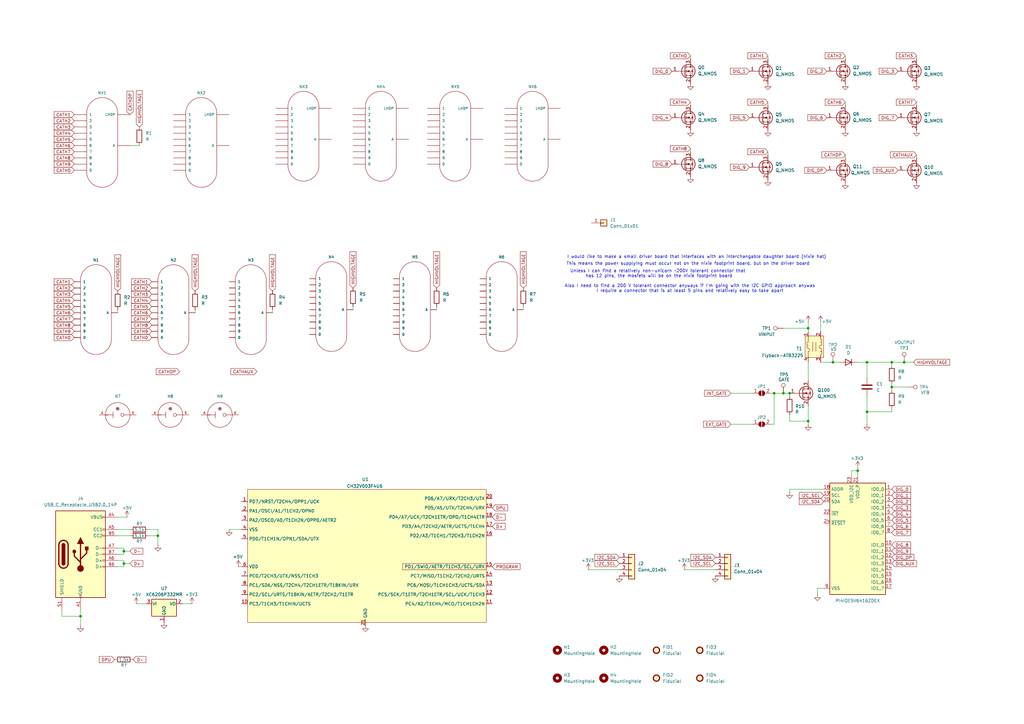
<source format=kicad_sch>
(kicad_sch (version 20250114) (generator "eeschema") (generator_version "9.0")
  (paper "A3")
  (text "Also I need to find a 200 V tolerant connector anyways if I'm going with the I2C GPIO approach anywas\nI require a connector that is at least 5 pins and relatively easy to take apart" (at 282.956 118.364 0) (effects (font (size 1.27 1.27))))
  (text "This means the power supplying must occur not on the nixie footprint board, but on the driver board" (at 282.194 108.204 0) (effects (font (size 1.27 1.27))))
  (text "I would like to make a small driver board that interfaces with an interchangable daughter board (nixie hat)" (at 285.75 105.41 0) (effects (font (size 1.27 1.27))))
  (text "Unless I can find a relatively non-unicorn ~200V tolerant connector that \nhas 12 pins, the mosfets will be on the nixie footprint board" (at 270.256 112.268 0) (effects (font (size 1.27 1.27))))
  (junction (at 365.76 158.75))
  (junction (at 355.6 168.91))
  (junction (at 50.8 231.14))
  (junction (at 317.5 161.29))
  (junction (at 323.85 161.29))
  (junction (at 370.84 148.59))
  (junction (at 33.02 252.73))
  (junction (at 64.77 219.71))
  (junction (at 351.79 193.04))
  (junction (at 341.63 148.59))
  (junction (at 331.47 134.62))
  (junction (at 331.47 172.72))
  (junction (at 50.8 226.06))
  (junction (at 355.6 148.59))
  (junction (at 321.31 161.29))
  (junction (at 365.76 148.59))
  (wire (pts (xy 346.71 22.86) (xy 346.71 24.13)))
  (wire (pts (xy 372.11 158.75) (xy 365.76 158.75)))
  (wire (pts (xy 48.26 232.41) (xy 50.8 232.41)))
  (wire (pts (xy 349.25 195.58) (xy 349.25 193.04)))
  (wire (pts (xy 331.47 166.37) (xy 331.47 172.72)))
  (wire (pts (xy 48.26 219.71) (xy 53.34 219.71)))
  (wire (pts (xy 93.98 217.17) (xy 99.06 217.17)))
  (wire (pts (xy 351.79 193.04) (xy 351.79 195.58)))
  (wire (pts (xy 323.85 161.29) (xy 323.85 162.56)))
  (wire (pts (xy 48.26 227.33) (xy 50.8 227.33)))
  (wire (pts (xy 314.96 62.23) (xy 314.96 63.5)))
  (wire (pts (xy 331.47 132.08) (xy 331.47 134.62)))
  (wire (pts (xy 33.02 252.73) (xy 33.02 250.19)))
  (wire (pts (xy 351.79 148.59) (xy 355.6 148.59)))
  (wire (pts (xy 299.72 173.99) (xy 308.61 173.99)))
  (wire (pts (xy 316.23 173.99) (xy 317.5 173.99)))
  (wire (pts (xy 375.92 22.86) (xy 375.92 24.13)))
  (wire (pts (xy 337.82 200.66) (xy 323.85 200.66)))
  (wire (pts (xy 317.5 161.29) (xy 321.31 161.29)))
  (wire (pts (xy 299.72 161.29) (xy 308.61 161.29)))
  (wire (pts (xy 283.21 22.86) (xy 283.21 24.13)))
  (wire (pts (xy 283.21 60.96) (xy 283.21 62.23)))
  (wire (pts (xy 53.34 59.69) (xy 57.15 59.69)))
  (wire (pts (xy 50.8 224.79) (xy 50.8 226.06)))
  (wire (pts (xy 375.92 41.91) (xy 375.92 43.18)))
  (wire (pts (xy 365.76 160.02) (xy 365.76 158.75)))
  (wire (pts (xy 48.26 217.17) (xy 53.34 217.17)))
  (wire (pts (xy 331.47 134.62) (xy 331.47 135.89)))
  (wire (pts (xy 335.28 241.3) (xy 335.28 243.84)))
  (wire (pts (xy 346.71 41.91) (xy 346.71 43.18)))
  (wire (pts (xy 351.79 191.77) (xy 351.79 193.04)))
  (wire (pts (xy 323.85 170.18) (xy 323.85 172.72)))
  (wire (pts (xy 280.67 233.68) (xy 293.37 233.68)))
  (wire (pts (xy 370.84 148.59) (xy 374.65 148.59)))
  (wire (pts (xy 365.76 148.59) (xy 370.84 148.59)))
  (wire (pts (xy 349.25 193.04) (xy 351.79 193.04)))
  (wire (pts (xy 331.47 173.99) (xy 331.47 172.72)))
  (wire (pts (xy 323.85 172.72) (xy 331.47 172.72)))
  (wire (pts (xy 346.71 63.5) (xy 346.71 64.77)))
  (wire (pts (xy 50.8 226.06) (xy 50.8 227.33)))
  (wire (pts (xy 314.96 22.86) (xy 314.96 24.13)))
  (wire (pts (xy 50.8 229.87) (xy 50.8 231.14)))
  (wire (pts (xy 321.31 161.29) (xy 323.85 161.29)))
  (wire (pts (xy 355.6 148.59) (xy 355.6 154.94)))
  (wire (pts (xy 355.6 148.59) (xy 365.76 148.59)))
  (wire (pts (xy 80.01 127) (xy 80.01 128.27)))
  (wire (pts (xy 355.6 168.91) (xy 365.76 168.91)))
  (wire (pts (xy 317.5 173.99) (xy 317.5 161.29)))
  (wire (pts (xy 25.4 252.73) (xy 33.02 252.73)))
  (wire (pts (xy 60.96 217.17) (xy 64.77 217.17)))
  (wire (pts (xy 50.8 231.14) (xy 50.8 232.41)))
  (wire (pts (xy 355.6 173.99) (xy 355.6 168.91)))
  (wire (pts (xy 323.85 200.66) (xy 323.85 201.93)))
  (wire (pts (xy 53.34 226.06) (xy 50.8 226.06)))
  (wire (pts (xy 55.88 247.65) (xy 59.69 247.65)))
  (wire (pts (xy 375.92 63.5) (xy 375.92 64.77)))
  (wire (pts (xy 331.47 148.59) (xy 331.47 156.21)))
  (wire (pts (xy 241.3 233.68) (xy 254 233.68)))
  (wire (pts (xy 365.76 148.59) (xy 365.76 149.86)))
  (wire (pts (xy 365.76 168.91) (xy 365.76 167.64)))
  (wire (pts (xy 337.82 241.3) (xy 335.28 241.3)))
  (wire (pts (xy 64.77 223.52) (xy 64.77 219.71)))
  (wire (pts (xy 336.55 132.08) (xy 336.55 135.89)))
  (wire (pts (xy 355.6 162.56) (xy 355.6 168.91)))
  (wire (pts (xy 111.76 127) (xy 111.76 128.27)))
  (wire (pts (xy 48.26 229.87) (xy 50.8 229.87)))
  (wire (pts (xy 53.34 231.14) (xy 50.8 231.14)))
  (wire (pts (xy 316.23 161.29) (xy 317.5 161.29)))
  (wire (pts (xy 314.96 41.91) (xy 314.96 43.18)))
  (wire (pts (xy 60.96 219.71) (xy 64.77 219.71)))
  (wire (pts (xy 144.78 125.73) (xy 144.78 127)))
  (wire (pts (xy 64.77 217.17) (xy 64.77 219.71)))
  (wire (pts (xy 33.02 256.54) (xy 33.02 252.73)))
  (wire (pts (xy 48.26 127) (xy 48.26 128.27)))
  (wire (pts (xy 97.79 232.41) (xy 99.06 232.41)))
  (wire (pts (xy 321.31 134.62) (xy 331.47 134.62)))
  (wire (pts (xy 336.55 148.59) (xy 341.63 148.59)))
  (wire (pts (xy 179.07 125.73) (xy 179.07 127)))
  (wire (pts (xy 214.63 125.73) (xy 214.63 127)))
  (wire (pts (xy 365.76 157.48) (xy 365.76 158.75)))
  (wire (pts (xy 341.63 148.59) (xy 344.17 148.59)))
  (wire (pts (xy 25.4 250.19) (xy 25.4 252.73)))
  (wire (pts (xy 78.74 247.65) (xy 74.93 247.65)))
  (wire (pts (xy 48.26 212.09) (xy 52.07 212.09)))
  (wire (pts (xy 283.21 41.91) (xy 283.21 43.18)))
  (wire (pts (xy 48.26 224.79) (xy 50.8 224.79)))
  (global_label "I2C_SCL" (shape input) (at 254 231.14 180) (property "Intersheetrefs" "${INTERSHEET_REFS}" (effects (hide yes))))
  (global_label "DIG_9" (shape input) (at 307.34 68.58 180) (property "Intersheetrefs" "${INTERSHEET_REFS}" (effects (hide yes))))
  (global_label "HIGHVOLTAGE" (shape input) (at 214.63 118.11 90) (property "Intersheetrefs" "${INTERSHEET_REFS}" (effects (hide yes))))
  (global_label "CATHAUX" (shape input) (at 375.92 63.5 180) (property "Intersheetrefs" "${INTERSHEET_REFS}" (effects (hide yes))))
  (global_label "CATH5" (shape input) (at 62.23 125.73 180) (property "Intersheetrefs" "${INTERSHEET_REFS}" (effects (hide yes))))
  (global_label "DPU" (shape input) (at 46.99 270.51 180) (property "Intersheetrefs" "${INTERSHEET_REFS}" (effects (hide yes))))
  (global_label "DIG_2" (shape input) (at 339.09 29.21 180) (property "Intersheetrefs" "${INTERSHEET_REFS}" (effects (hide yes))))
  (global_label "CATH4" (shape input) (at 30.48 123.19 180) (property "Intersheetrefs" "${INTERSHEET_REFS}" (effects (hide yes))))
  (global_label "HIGHVOLTAGE" (shape input) (at 144.78 118.11 90) (property "Intersheetrefs" "${INTERSHEET_REFS}" (effects (hide yes))))
  (global_label "CATH3" (shape input) (at 30.48 120.65 180) (property "Intersheetrefs" "${INTERSHEET_REFS}" (effects (hide yes))))
  (global_label "DIG_3" (shape input) (at 368.3 29.21 180) (property "Intersheetrefs" "${INTERSHEET_REFS}" (effects (hide yes))))
  (global_label "DIG_4" (shape input) (at 365.76 210.82 0) (property "Intersheetrefs" "${INTERSHEET_REFS}" (effects (hide yes))))
  (global_label "CATH0" (shape input) (at 62.23 138.43 180) (property "Intersheetrefs" "${INTERSHEET_REFS}" (effects (hide yes))))
  (global_label "CATH3" (shape input) (at 62.23 120.65 180) (property "Intersheetrefs" "${INTERSHEET_REFS}" (effects (hide yes))))
  (global_label "D-" (shape input) (at 54.61 270.51 0) (property "Intersheetrefs" "${INTERSHEET_REFS}" (effects (hide yes))))
  (global_label "CATH9" (shape input) (at 314.96 62.23 180) (property "Intersheetrefs" "${INTERSHEET_REFS}" (effects (hide yes))))
  (global_label "CATH3" (shape input) (at 375.92 22.86 180) (property "Intersheetrefs" "${INTERSHEET_REFS}" (effects (hide yes))))
  (global_label "DIG_DP" (shape input) (at 365.76 228.6 0) (property "Intersheetrefs" "${INTERSHEET_REFS}" (effects (hide yes))))
  (global_label "DIG_6" (shape input) (at 365.76 215.9 0) (property "Intersheetrefs" "${INTERSHEET_REFS}" (effects (hide yes))))
  (global_label "DIG_6" (shape input) (at 339.09 48.26 180) (property "Intersheetrefs" "${INTERSHEET_REFS}" (effects (hide yes))))
  (global_label "I2C_SDA" (shape input) (at 293.37 228.6 180) (property "Intersheetrefs" "${INTERSHEET_REFS}" (effects (hide yes))))
  (global_label "CATH7" (shape input) (at 30.48 130.81 180) (property "Intersheetrefs" "${INTERSHEET_REFS}" (effects (hide yes))))
  (global_label "CATH9" (shape input) (at 30.48 67.31 180) (property "Intersheetrefs" "${INTERSHEET_REFS}" (effects (hide yes))))
  (global_label "CATH2" (shape input) (at 346.71 22.86 180) (property "Intersheetrefs" "${INTERSHEET_REFS}" (effects (hide yes))))
  (global_label "DIG_7" (shape input) (at 368.3 48.26 180) (property "Intersheetrefs" "${INTERSHEET_REFS}" (effects (hide yes))))
  (global_label "CATH4" (shape input) (at 62.23 123.19 180) (property "Intersheetrefs" "${INTERSHEET_REFS}" (effects (hide yes))))
  (global_label "DIG_8" (shape input) (at 275.59 67.31 180) (property "Intersheetrefs" "${INTERSHEET_REFS}" (effects (hide yes))))
  (global_label "DIG_1" (shape input) (at 307.34 29.21 180) (property "Intersheetrefs" "${INTERSHEET_REFS}" (effects (hide yes))))
  (global_label "CATH2" (shape input) (at 62.23 118.11 180) (property "Intersheetrefs" "${INTERSHEET_REFS}" (effects (hide yes))))
  (global_label "CATH5" (shape input) (at 30.48 57.15 180) (property "Intersheetrefs" "${INTERSHEET_REFS}" (effects (hide yes))))
  (global_label "I2C_SDA" (shape input) (at 254 228.6 180) (property "Intersheetrefs" "${INTERSHEET_REFS}" (effects (hide yes))))
  (global_label "DIG_5" (shape input) (at 365.76 213.36 0) (property "Intersheetrefs" "${INTERSHEET_REFS}" (effects (hide yes))))
  (global_label "I2C_SDA" (shape input) (at 337.82 205.74 180) (property "Intersheetrefs" "${INTERSHEET_REFS}" (effects (hide yes))))
  (global_label "CATH2" (shape input) (at 30.48 49.53 180) (property "Intersheetrefs" "${INTERSHEET_REFS}" (effects (hide yes))))
  (global_label "CATH7" (shape input) (at 30.48 62.23 180) (property "Intersheetrefs" "${INTERSHEET_REFS}" (effects (hide yes))))
  (global_label "CATH2" (shape input) (at 30.48 118.11 180) (property "Intersheetrefs" "${INTERSHEET_REFS}" (effects (hide yes))))
  (global_label "CATH6" (shape input) (at 30.48 128.27 180) (property "Intersheetrefs" "${INTERSHEET_REFS}" (effects (hide yes))))
  (global_label "CATH7" (shape input) (at 375.92 41.91 180) (property "Intersheetrefs" "${INTERSHEET_REFS}" (effects (hide yes))))
  (global_label "CATHDP" (shape input) (at 73.66 152.4 180) (property "Intersheetrefs" "${INTERSHEET_REFS}" (effects (hide yes))))
  (global_label "HIGHVOLTAGE" (shape input) (at 48.26 119.38 90) (property "Intersheetrefs" "${INTERSHEET_REFS}" (effects (hide yes))))
  (global_label "DIG_7" (shape input) (at 365.76 218.44 0) (property "Intersheetrefs" "${INTERSHEET_REFS}" (effects (hide yes))))
  (global_label "CATH5" (shape input) (at 30.48 125.73 180) (property "Intersheetrefs" "${INTERSHEET_REFS}" (effects (hide yes))))
  (global_label "INT_GATE" (shape input) (at 299.72 161.29 180) (property "Intersheetrefs" "${INTERSHEET_REFS}" (effects (hide yes))))
  (global_label "CATH3" (shape input) (at 30.48 52.07 180) (property "Intersheetrefs" "${INTERSHEET_REFS}" (effects (hide yes))))
  (global_label "DIG_4" (shape input) (at 275.59 48.26 180) (property "Intersheetrefs" "${INTERSHEET_REFS}" (effects (hide yes))))
  (global_label "CATH8" (shape input) (at 62.23 133.35 180) (property "Intersheetrefs" "${INTERSHEET_REFS}" (effects (hide yes))))
  (global_label "CATH8" (shape input) (at 30.48 133.35 180) (property "Intersheetrefs" "${INTERSHEET_REFS}" (effects (hide yes))))
  (global_label "HIGHVOLTAGE" (shape input) (at 57.15 52.07 90) (property "Intersheetrefs" "${INTERSHEET_REFS}" (effects (hide yes))))
  (global_label "CATHDP" (shape input) (at 53.34 46.99 90) (property "Intersheetrefs" "${INTERSHEET_REFS}" (effects (hide yes))))
  (global_label "CATH1" (shape input) (at 62.23 115.57 180) (property "Intersheetrefs" "${INTERSHEET_REFS}" (effects (hide yes))))
  (global_label "HIGHVOLTAGE" (shape input) (at 179.07 118.11 90) (property "Intersheetrefs" "${INTERSHEET_REFS}" (effects (hide yes))))
  (global_label "CATH5" (shape input) (at 314.96 41.91 180) (property "Intersheetrefs" "${INTERSHEET_REFS}" (effects (hide yes))))
  (global_label "CATH1" (shape input) (at 30.48 115.57 180) (property "Intersheetrefs" "${INTERSHEET_REFS}" (effects (hide yes))))
  (global_label "HIGHVOLTAGE" (shape input) (at 80.01 119.38 90) (property "Intersheetrefs" "${INTERSHEET_REFS}" (effects (hide yes))))
  (global_label "CATHDP" (shape input) (at 346.71 63.5 180) (property "Intersheetrefs" "${INTERSHEET_REFS}" (effects (hide yes))))
  (global_label "CATH0" (shape input) (at 283.21 22.86 180) (property "Intersheetrefs" "${INTERSHEET_REFS}" (effects (hide yes))))
  (global_label "PROGRAM" (shape input) (at 201.93 232.41 0) (property "Intersheetrefs" "${INTERSHEET_REFS}" (effects (hide yes))))
  (global_label "DIG_2" (shape input) (at 365.76 205.74 0) (property "Intersheetrefs" "${INTERSHEET_REFS}" (effects (hide yes))))
  (global_label "D+" (shape input) (at 201.93 215.9 0) (property "Intersheetrefs" "${INTERSHEET_REFS}" (effects (hide yes))))
  (global_label "CATH1" (shape input) (at 30.48 46.99 180) (property "Intersheetrefs" "${INTERSHEET_REFS}" (effects (hide yes))))
  (global_label "DIG_0" (shape input) (at 365.76 200.66 0) (property "Intersheetrefs" "${INTERSHEET_REFS}" (effects (hide yes))))
  (global_label "CATH9" (shape input) (at 62.23 135.89 180) (property "Intersheetrefs" "${INTERSHEET_REFS}" (effects (hide yes))))
  (global_label "CATH8" (shape input) (at 30.48 64.77 180) (property "Intersheetrefs" "${INTERSHEET_REFS}" (effects (hide yes))))
  (global_label "CATH1" (shape input) (at 314.96 22.86 180) (property "Intersheetrefs" "${INTERSHEET_REFS}" (effects (hide yes))))
  (global_label "DIG_9" (shape input) (at 365.76 226.06 0) (property "Intersheetrefs" "${INTERSHEET_REFS}" (effects (hide yes))))
  (global_label "CATH0" (shape input) (at 30.48 138.43 180) (property "Intersheetrefs" "${INTERSHEET_REFS}" (effects (hide yes))))
  (global_label "DIG_DP" (shape input) (at 339.09 69.85 180) (property "Intersheetrefs" "${INTERSHEET_REFS}" (effects (hide yes))))
  (global_label "DIG_8" (shape input) (at 365.76 223.52 0) (property "Intersheetrefs" "${INTERSHEET_REFS}" (effects (hide yes))))
  (global_label "CATH6" (shape input) (at 30.48 59.69 180) (property "Intersheetrefs" "${INTERSHEET_REFS}" (effects (hide yes))))
  (global_label "DIG_1" (shape input) (at 365.76 203.2 0) (property "Intersheetrefs" "${INTERSHEET_REFS}" (effects (hide yes))))
  (global_label "DIG_AUX" (shape input) (at 365.76 231.14 0) (property "Intersheetrefs" "${INTERSHEET_REFS}" (effects (hide yes))))
  (global_label "CATH6" (shape input) (at 346.71 41.91 180) (property "Intersheetrefs" "${INTERSHEET_REFS}" (effects (hide yes))))
  (global_label "DIG_5" (shape input) (at 307.34 48.26 180) (property "Intersheetrefs" "${INTERSHEET_REFS}" (effects (hide yes))))
  (global_label "EXT_GATE" (shape input) (at 299.72 173.99 180) (property "Intersheetrefs" "${INTERSHEET_REFS}" (effects (hide yes))))
  (global_label "HIGHVOLTAGE" (shape input) (at 111.76 119.38 90) (property "Intersheetrefs" "${INTERSHEET_REFS}" (effects (hide yes))))
  (global_label "D-" (shape input) (at 201.93 212.09 0) (property "Intersheetrefs" "${INTERSHEET_REFS}" (effects (hide yes))))
  (global_label "CATHAUX" (shape input) (at 105.41 152.4 180) (property "Intersheetrefs" "${INTERSHEET_REFS}" (effects (hide yes))))
  (global_label "CATH6" (shape input) (at 62.23 128.27 180) (property "Intersheetrefs" "${INTERSHEET_REFS}" (effects (hide yes))))
  (global_label "CATH4" (shape input) (at 283.21 41.91 180) (property "Intersheetrefs" "${INTERSHEET_REFS}" (effects (hide yes))))
  (global_label "DPU" (shape input) (at 201.93 208.28 0) (property "Intersheetrefs" "${INTERSHEET_REFS}" (effects (hide yes))))
  (global_label "D-" (shape input) (at 53.34 226.06 0) (property "Intersheetrefs" "${INTERSHEET_REFS}" (effects (hide yes))))
  (global_label "I2C_SCL" (shape input) (at 337.82 203.2 180) (property "Intersheetrefs" "${INTERSHEET_REFS}" (effects (hide yes))))
  (global_label "DIG_0" (shape input) (at 275.59 29.21 180) (property "Intersheetrefs" "${INTERSHEET_REFS}" (effects (hide yes))))
  (global_label "CATH7" (shape input) (at 62.23 130.81 180) (property "Intersheetrefs" "${INTERSHEET_REFS}" (effects (hide yes))))
  (global_label "DIG_3" (shape input) (at 365.76 208.28 0) (property "Intersheetrefs" "${INTERSHEET_REFS}" (effects (hide yes))))
  (global_label "CATH0" (shape input) (at 30.48 69.85 180) (property "Intersheetrefs" "${INTERSHEET_REFS}" (effects (hide yes))))
  (global_label "HIGHVOLTAGE" (shape input) (at 374.65 148.59 0) (property "Intersheetrefs" "${INTERSHEET_REFS}" (effects (hide yes))))
  (global_label "I2C_SCL" (shape input) (at 293.37 231.14 180) (property "Intersheetrefs" "${INTERSHEET_REFS}" (effects (hide yes))))
  (global_label "CATH4" (shape input) (at 30.48 54.61 180) (property "Intersheetrefs" "${INTERSHEET_REFS}" (effects (hide yes))))
  (global_label "DIG_AUX" (shape input) (at 368.3 69.85 180) (property "Intersheetrefs" "${INTERSHEET_REFS}" (effects (hide yes))))
  (global_label "D+" (shape input) (at 53.34 231.14 0) (property "Intersheetrefs" "${INTERSHEET_REFS}" (effects (hide yes))))
  (global_label "CATH9" (shape input) (at 30.48 135.89 180) (property "Intersheetrefs" "${INTERSHEET_REFS}" (effects (hide yes))))
  (global_label "CATH8" (shape input) (at 283.21 60.96 180) (property "Intersheetrefs" "${INTERSHEET_REFS}" (effects (hide yes))))
  (symbol (lib_id "Transistor_FET:Q_NMOS_GSD") (at 373.38 48.26 0) (unit 1)
    (property "Reference" "Q7" (at 378.968 46.99 0) (effects (justify left)))
    (property "Value" "Q_NMOS" (at 378.968 49.53 0) (effects (justify left)))
    (property "Footprint" "Package_TO_SOT_SMD:SOT-23-3" (effects (hide yes)))
    (property "Description" "N-MOSFET transistor, gate/source/drain" (effects (hide yes)))
  )
  (symbol (lib_id "power:+5V") (at 336.55 132.08 0) (unit 1)
    (property "Reference" "#PWR016" (effects (hide yes)))
    (property "Value" "+5V" (at 339.09 131.826 0))
    (property "Description" "Power symbol creates a global label with name \"+5V\"" (effects (hide yes)))
  )
  (symbol (lib_id "nixies-us:IN-3") (at 43.18 167.64 0) (unit 1)
    (property "Reference" "N7" (at 48.26 162.56 0) (effects (font (size 1.143 1.143))))
    (property "Value" "IN-3" (effects (hide yes)))
    (property "Footprint" "nixies-us:nixies-us-IN-3" (effects (hide yes)))
  )
  (symbol (lib_id "NICKXIE:PI4IOE5V6416ZDEX") (at 350.52 220.98 0) (unit 1)
    (property "Reference" "U3" (effects (hide yes)))
    (property "Value" "PI4IOE5V6416ZDEX" (at 351.79 246.38 0))
    (property "Footprint" "Package_DFN_QFN:TQFN-24-1EP_4x4mm_P0.5mm_EP2.1x2.1mm_ThermalVias" (effects (hide yes)))
  )
  (symbol (lib_id "power:GND") (at 314.96 53.34 0) (unit 1)
    (property "Reference" "#PWR05" (effects (hide yes)))
    (property "Value" "GND" (effects (hide yes)))
    (property "Description" "Power symbol creates a global label with name \"GND\" , ground" (effects (hide yes)))
  )
  (symbol (lib_id "power:GND") (at 314.96 73.66 0) (unit 1)
    (property "Reference" "#PWR01" (effects (hide yes)))
    (property "Value" "GND" (effects (hide yes)))
    (property "Description" "Power symbol creates a global label with name \"GND\" , ground" (effects (hide yes)))
  )
  (symbol (lib_id "cnixxie:R") (at 80.01 123.19 0) (unit 1)
    (property "Reference" "R3" (at 82.55 121.9199 0) (effects (justify left)))
    (property "Value" "R" (at 82.55 124.4599 0) (effects (justify left)))
    (property "Description" "Resistor" (effects (hide yes)))
  )
  (symbol (lib_id "Transistor_FET:Q_NMOS_GSD") (at 344.17 48.26 0) (unit 1)
    (property "Reference" "Q6" (at 349.758 46.736 0) (effects (justify left)))
    (property "Value" "Q_NMOS" (at 349.758 49.276 0) (effects (justify left)))
    (property "Footprint" "Package_TO_SOT_SMD:SOT-23-3" (effects (hide yes)))
    (property "Description" "N-MOSFET transistor, gate/source/drain" (effects (hide yes)))
  )
  (symbol (lib_id "Connector_Generic:Conn_01x04") (at 259.08 231.14 0) (unit 1)
    (property "Reference" "J2" (at 261.62 231.1399 0) (effects (justify left)))
    (property "Value" "Conn_01x04" (at 261.62 233.6799 0) (effects (justify left)))
    (property "Footprint" "Connector_JST:JST_SH_SM04B-SRSS-TB_1x04-1MP_P1.00mm_Horizontal" (effects (hide yes)))
    (property "Description" "Generic connector, single row, 01x04, script generated (kicad-library-utils/schlib/autogen/connector/)" (effects (hide yes)))
  )
  (symbol (lib_id "Isolator:4N25") (at 439.42 280.67 0) (unit 1) (in_bom no) (on_board no) (dnp yes)
    (property "Reference" "U2" (at 439.42 271.78 0))
    (property "Value" "4N25" (at 439.42 274.32 0))
    (property "Footprint" "Package_DIP:DIP-6_W7.62mm" (effects (hide yes)))
    (property "Datasheet" "https://www.vishay.com/docs/83725/4n25.pdf" (effects (hide yes)))
    (property "Description" "DC Optocoupler Base Connected, Vce 30V, CTR 20%, Viso 2500V, DIP6" (effects (hide yes)))
  )
  (symbol (lib_id "Transistor_FET:Q_NMOS_GSD") (at 373.38 29.21 0) (unit 1)
    (property "Reference" "Q3" (at 378.968 27.94 0) (effects (justify left)))
    (property "Value" "Q_NMOS" (at 378.968 30.48 0) (effects (justify left)))
    (property "Footprint" "Package_TO_SOT_SMD:SOT-23-3" (effects (hide yes)))
    (property "Description" "N-MOSFET transistor, gate/source/drain" (effects (hide yes)))
  )
  (symbol (lib_id "nixies-us:IN-1") (at 207.01 127 0) (unit 1)
    (property "Reference" "N6" (at 205.74 105.41 0) (effects (font (size 1.143 1.143))))
    (property "Value" "IN-1" (effects (hide yes)))
    (property "Footprint" "NIXIE:IN-1_NIXIE_v1" (effects (hide yes)))
  )
  (symbol (lib_id "cnixxie:R") (at 111.76 123.19 0) (unit 1)
    (property "Reference" "R4" (at 114.3 121.9199 0) (effects (justify left)))
    (property "Value" "R" (at 114.3 124.4599 0) (effects (justify left)))
    (property "Description" "Resistor" (effects (hide yes)))
  )
  (symbol (lib_id "Transistor_FET:Q_NMOS_GSD") (at 312.42 48.26 0) (unit 1)
    (property "Reference" "Q5" (at 318.008 46.99 0) (effects (justify left)))
    (property "Value" "Q_NMOS" (at 318.008 49.53 0) (effects (justify left)))
    (property "Footprint" "Package_TO_SOT_SMD:SOT-23-3" (effects (hide yes)))
    (property "Description" "N-MOSFET transistor, gate/source/drain" (effects (hide yes)))
  )
  (symbol (lib_id "Connector:TestPoint") (at 370.84 148.59 0) (unit 1)
    (property "Reference" "TP3" (at 370.84 142.748 0))
    (property "Value" "VOUTPUT" (at 371.094 140.462 0))
    (property "Description" "test point" (effects (hide yes)))
  )
  (symbol (lib_id "power:+5V") (at 351.79 191.77 0) (unit 1)
    (property "Reference" "#PWR031" (effects (hide yes)))
    (property "Value" "+3V3" (at 351.536 187.96 0))
    (property "Description" "Power symbol creates a global label with name \"+5V\"" (effects (hide yes)))
  )
  (symbol (lib_id "cnixxie:CH32V003F4U6") (at 149.86 228.6 0) (unit 1)
    (property "Reference" "U1" (at 149.86 196.596 0))
    (property "Value" "CH32V003F4U6" (at 149.606 199.39 0))
    (property "Footprint" "Package_DFN_QFN:QFN-20-1EP_3x3mm_P0.4mm_EP1.65x1.65mm" (effects (hide yes)))
    (property "LCSC" "C5299908" (effects (hide yes)))
  )
  (symbol (lib_id "nixies-us:IN-1") (at 171.45 127 0) (unit 1)
    (property "Reference" "N5" (at 170.18 105.41 0) (effects (font (size 1.143 1.143))))
    (property "Value" "IN-1" (effects (hide yes)))
    (property "Footprint" "NIXIE:IN-1_NIXIE_v1" (effects (hide yes)))
  )
  (symbol (lib_id "power:GND") (at 375.92 74.93 0) (unit 1)
    (property "Reference" "#PWR02" (effects (hide yes)))
    (property "Value" "GND" (effects (hide yes)))
    (property "Description" "Power symbol creates a global label with name \"GND\" , ground" (effects (hide yes)))
  )
  (symbol (lib_id "cnixxie:Conn_01x01") (at 247.65 91.44 0) (unit 1)
    (property "Reference" "J1" (at 250.19 90.1699 0) (effects (justify left)))
    (property "Value" "Conn_01x01" (at 250.19 92.7099 0) (effects (justify left)))
    (property "Description" "Generic connector, single row, 01x01, script generated (kicad-library-utils/schlib/autogen/connector/)" (effects (hide yes)))
  )
  (symbol (lib_id "nixies-us:IN-1") (at 137.16 127 0) (unit 1)
    (property "Reference" "N4" (at 135.89 105.41 0) (effects (font (size 1.143 1.143))))
    (property "Value" "IN-1" (effects (hide yes)))
    (property "Footprint" "NIXIE:IN-1_NIXIE_v1" (effects (hide yes)))
  )
  (symbol (lib_id "Connector:TestPoint") (at 321.31 134.62 90) (unit 1)
    (property "Reference" "TP1" (at 314.452 134.62 90))
    (property "Value" "VINPUT" (at 314.452 137.16 90))
    (property "Description" "test point" (effects (hide yes)))
  )
  (symbol (lib_id "power:GND") (at 93.98 217.17 0) (unit 1)
    (property "Reference" "#PWR014" (effects (hide yes)))
    (property "Value" "GND" (effects (hide yes)))
    (property "Description" "Power symbol creates a global label with name \"GND\" , ground" (effects (hide yes)))
  )
  (symbol (lib_id "power:GND") (at 67.31 255.27 0) (unit 1)
    (property "Reference" "#PWR026" (effects (hide yes)))
    (property "Value" "GND" (effects (hide yes)))
    (property "Description" "Power symbol creates a global label with name \"GND\" , ground" (effects (hide yes)))
  )
  (symbol (lib_id "power:GND") (at 64.77 223.52 0) (unit 1)
    (property "Reference" "#PWR024" (effects (hide yes)))
    (property "Value" "GND" (effects (hide yes)))
    (property "Description" "Power symbol creates a global label with name \"GND\" , ground" (effects (hide yes)))
  )
  (symbol (lib_id "power:+5V") (at 331.47 132.08 0) (unit 1)
    (property "Reference" "#PWR015" (effects (hide yes)))
    (property "Value" "+5V" (at 327.914 131.826 0))
    (property "Description" "Power symbol creates a global label with name \"+5V\"" (effects (hide yes)))
  )
  (symbol (lib_id "power:GND") (at 283.21 53.34 0) (unit 1)
    (property "Reference" "#PWR012" (effects (hide yes)))
    (property "Value" "GND" (effects (hide yes)))
    (property "Description" "Power symbol creates a global label with name \"GND\" , ground" (effects (hide yes)))
  )
  (symbol (lib_id "power:GND") (at 293.37 236.22 0) (unit 1)
    (property "Reference" "#PWR022" (effects (hide yes)))
    (property "Value" "GND" (effects (hide yes)))
    (property "Description" "Power symbol creates a global label with name \"GND\" , ground" (effects (hide yes)))
  )
  (symbol (lib_id "power:GND") (at 283.21 34.29 0) (unit 1)
    (property "Reference" "#PWR03" (effects (hide yes)))
    (property "Value" "GND" (effects (hide yes)))
    (property "Description" "Power symbol creates a global label with name \"GND\" , ground" (effects (hide yes)))
  )
  (symbol (lib_id "cnixxie:R") (at 144.78 121.92 0) (unit 1)
    (property "Reference" "R5" (at 147.32 120.6499 0) (effects (justify left)))
    (property "Value" "R" (at 147.32 123.1899 0) (effects (justify left)))
    (property "Description" "Resistor" (effects (hide yes)))
  )
  (symbol (lib_id "Transistor_FET:Q_NMOS_GSD") (at 312.42 68.58 0) (unit 1)
    (property "Reference" "Q9" (at 318.008 67.31 0) (effects (justify left)))
    (property "Value" "Q_NMOS" (at 318.008 69.85 0) (effects (justify left)))
    (property "Footprint" "Package_TO_SOT_SMD:SOT-23-3" (effects (hide yes)))
    (property "Description" "N-MOSFET transistor, gate/source/drain" (effects (hide yes)))
  )
  (symbol (lib_id "power:GND") (at 355.6 173.99 0) (unit 1)
    (property "Reference" "#PWR017" (effects (hide yes)))
    (property "Value" "GND" (effects (hide yes)))
    (property "Description" "Power symbol creates a global label with name \"GND\" , ground" (effects (hide yes)))
  )
  (symbol (lib_id "power:GND") (at 375.92 34.29 0) (unit 1)
    (property "Reference" "#PWR011" (effects (hide yes)))
    (property "Value" "GND" (effects (hide yes)))
    (property "Description" "Power symbol creates a global label with name \"GND\" , ground" (effects (hide yes)))
  )
  (symbol (lib_id "cnixxie:R") (at 365.76 163.83 0) (unit 1)
    (property "Reference" "R9" (at 368.3 162.5599 0) (effects (justify left)))
    (property "Value" "R" (at 368.3 165.0999 0) (effects (justify left)))
    (property "Description" "Resistor" (effects (hide yes)))
  )
  (symbol (lib_id "power:+5V") (at 280.67 233.68 0) (unit 1)
    (property "Reference" "#PWR030" (effects (hide yes)))
    (property "Value" "+3V3" (at 280.416 229.87 0))
    (property "Description" "Power symbol creates a global label with name \"+5V\"" (effects (hide yes)))
  )
  (symbol (lib_id "Connector_Generic:Conn_01x04") (at 298.45 231.14 0) (unit 1)
    (property "Reference" "J3" (at 300.99 231.902 0) (effects (justify left)))
    (property "Value" "Conn_01x04" (at 300.99 234.442 0) (effects (justify left)))
    (property "Footprint" "Connector_JST:JST_SH_SM04B-SRSS-TB_1x04-1MP_P1.00mm_Horizontal" (effects (hide yes)))
    (property "Description" "Generic connector, single row, 01x04, script generated (kicad-library-utils/schlib/autogen/connector/)" (effects (hide yes)))
  )
  (symbol (lib_id "power:GND") (at 346.71 53.34 0) (unit 1)
    (property "Reference" "#PWR06" (effects (hide yes)))
    (property "Value" "GND" (effects (hide yes)))
    (property "Description" "Power symbol creates a global label with name \"GND\" , ground" (effects (hide yes)))
  )
  (symbol (lib_id "power:GND") (at 346.71 34.29 0) (unit 1)
    (property "Reference" "#PWR010" (effects (hide yes)))
    (property "Value" "GND" (effects (hide yes)))
    (property "Description" "Power symbol creates a global label with name \"GND\" , ground" (effects (hide yes)))
  )
  (symbol (lib_id "cnixxie:R") (at 179.07 121.92 0) (unit 1)
    (property "Reference" "R6" (at 181.61 120.6499 0) (effects (justify left)))
    (property "Value" "R" (at 181.61 123.1899 0) (effects (justify left)))
    (property "Description" "Resistor" (effects (hide yes)))
  )
  (symbol (lib_id "MASTER_SYMBOLS:Fiducial") (at 287.02 266.7 0) (unit 1) (in_bom no)
    (property "Reference" "FID3" (at 289.56 265.4299 0) (effects (justify left)))
    (property "Value" "Fiducial" (at 289.56 267.9699 0) (effects (justify left)))
    (property "Footprint" "Fiducial:Fiducial_0.5mm_Mask1mm" (effects (hide yes)))
    (property "Description" "Fiducial Marker" (effects (hide yes)))
  )
  (symbol (lib_id "power:+5V") (at 78.74 247.65 0) (unit 1)
    (property "Reference" "#PWR028" (effects (hide yes)))
    (property "Value" "+3V3" (at 78.486 243.84 0))
    (property "Description" "Power symbol creates a global label with name \"+5V\"" (effects (hide yes)))
  )
  (symbol (lib_id "Connector:TestPoint") (at 341.63 148.59 0) (unit 1)
    (property "Reference" "TP2" (at 341.63 141.478 0))
    (property "Value" "VD" (at 341.884 143.256 0))
    (property "Description" "test point" (effects (hide yes)))
  )
  (symbol (lib_id "power:+5V") (at 241.3 233.68 0) (unit 1)
    (property "Reference" "#PWR029" (effects (hide yes)))
    (property "Value" "+3V3" (at 241.046 229.87 0))
    (property "Description" "Power symbol creates a global label with name \"+5V\"" (effects (hide yes)))
  )
  (symbol (lib_id "nixies-us:IN-1") (at 40.64 128.27 0) (unit 1)
    (property "Reference" "N1" (at 39.37 106.68 0) (effects (font (size 1.143 1.143))))
    (property "Value" "IN-1" (effects (hide yes)))
    (property "Footprint" "NIXIE:IN-1_NIXIE_v1" (effects (hide yes)))
  )
  (symbol (lib_id "nixies-us:IN-12BORIGINAL") (at 219.71 57.15 0) (unit 1)
    (property "Reference" "NX6" (at 218.44 35.56 0) (effects (font (size 1.143 1.143))))
    (property "Value" "IN-12BORIGINAL" (effects (hide yes)))
    (property "Footprint" "NIXIE:IN-12A Nixie" (effects (hide yes)))
  )
  (symbol (lib_id "power:GND") (at 323.85 201.93 0) (unit 1)
    (property "Reference" "#PWR032" (effects (hide yes)))
    (property "Value" "GND" (effects (hide yes)))
    (property "Description" "Power symbol creates a global label with name \"GND\" , ground" (effects (hide yes)))
  )
  (symbol (lib_id "MASTER_SYMBOLS:Fiducial") (at 269.24 266.7 0) (unit 1) (in_bom no)
    (property "Reference" "FID1" (at 271.78 265.4299 0) (effects (justify left)))
    (property "Value" "Fiducial" (at 271.78 267.9699 0) (effects (justify left)))
    (property "Footprint" "Fiducial:Fiducial_0.5mm_Mask1mm" (effects (hide yes)))
    (property "Description" "Fiducial Marker" (effects (hide yes)))
  )
  (symbol (lib_id "MASTER_SYMBOLS:SolderJumper_2_Open") (at 312.42 161.29 0) (unit 1) (in_bom no)
    (property "Reference" "JP1" (at 314.198 158.496 0) (effects (justify right)))
    (property "Value" "TH_THERM_JMP" (effects (hide yes)))
    (property "Footprint" "Jumper:SolderJumper-2_P1.3mm_Open_RoundedPad1.0x1.5mm" (effects (hide yes)))
    (property "Description" "Solder Jumper, 2-pole, open" (effects (hide yes)))
  )
  (symbol (lib_id "power:GND") (at 283.21 72.39 0) (unit 1)
    (property "Reference" "#PWR08" (effects (hide yes)))
    (property "Value" "GND" (effects (hide yes)))
    (property "Description" "Power symbol creates a global label with name \"GND\" , ground" (effects (hide yes)))
  )
  (symbol (lib_id "Transistor_FET:Q_NMOS_GSD") (at 344.17 69.85 0) (unit 1)
    (property "Reference" "Q11" (at 349.758 68.326 0) (effects (justify left)))
    (property "Value" "Q_NMOS" (at 348.996 70.8661 0) (effects (justify left)))
    (property "Footprint" "Package_TO_SOT_SMD:SOT-23-3" (effects (hide yes)))
    (property "Description" "N-MOSFET transistor, gate/source/drain" (effects (hide yes)))
  )
  (symbol (lib_id "Transistor_FET:Q_NMOS_GSD") (at 373.38 69.85 0) (unit 1)
    (property "Reference" "Q10" (at 378.968 68.58 0) (effects (justify left)))
    (property "Value" "Q_NMOS" (at 378.968 71.12 0) (effects (justify left)))
    (property "Footprint" "Package_TO_SOT_SMD:SOT-23-3" (effects (hide yes)))
    (property "Description" "N-MOSFET transistor, gate/source/drain" (effects (hide yes)))
  )
  (symbol (lib_id "Device:D") (at 347.98 148.59 180) (unit 1)
    (property "Reference" "D1" (at 347.98 142.24 0))
    (property "Value" "D" (at 347.98 144.78 0))
    (property "Description" "Diode" (effects (hide yes)))
    (property "Sim.Device" "D" (effects (hide yes)))
    (property "Sim.Pins" "1=K 2=A" (effects (hide yes)))
  )
  (symbol (lib_id "nixies-us:IN-12BORIGINAL") (at 157.48 57.15 0) (unit 1)
    (property "Reference" "NX4" (at 156.21 35.56 0) (effects (font (size 1.143 1.143))))
    (property "Value" "IN-12BORIGINAL" (effects (hide yes)))
    (property "Footprint" "NIXIE:IN-12A Nixie" (effects (hide yes)))
  )
  (symbol (lib_id "MASTER_SYMBOLS:SolderJumper_2_Open") (at 312.42 173.99 0) (unit 1) (in_bom no)
    (property "Reference" "JP2" (at 314.198 171.196 0) (effects (justify right)))
    (property "Value" "TH_THERM_JMP" (effects (hide yes)))
    (property "Footprint" "Jumper:SolderJumper-2_P1.3mm_Open_RoundedPad1.0x1.5mm" (effects (hide yes)))
    (property "Description" "Solder Jumper, 2-pole, open" (effects (hide yes)))
  )
  (symbol (lib_id "cnixxie:R") (at 323.85 166.37 0) (unit 1)
    (property "Reference" "R10" (at 326.136 166.624 0) (effects (justify left)))
    (property "Value" "R" (at 326.136 168.91 0) (effects (justify left)))
    (property "Description" "Resistor" (effects (hide yes)))
  )
  (symbol (lib_id "Transistor_FET:Q_NMOS_GSD") (at 280.67 48.26 0) (unit 1)
    (property "Reference" "Q4" (at 286.258 46.736 0) (effects (justify left)))
    (property "Value" "Q_NMOS" (at 286.258 49.276 0) (effects (justify left)))
    (property "Footprint" "Package_TO_SOT_SMD:SOT-23-3" (effects (hide yes)))
    (property "Description" "N-MOSFET transistor, gate/source/drain" (effects (hide yes)))
  )
  (symbol (lib_id "nixies-us:IN-12BORIGINAL") (at 125.73 57.15 0) (unit 1)
    (property "Reference" "NX3" (at 124.46 35.56 0) (effects (font (size 1.143 1.143))))
    (property "Value" "IN-12BORIGINAL" (effects (hide yes)))
    (property "Footprint" "NIXIE:IN-12A Nixie" (effects (hide yes)))
  )
  (symbol (lib_id "Transistor_FET:Q_NMOS_GSD") (at 328.93 161.29 0) (unit 1)
    (property "Reference" "Q100" (at 335.28 160.0199 0) (effects (justify left)))
    (property "Value" "Q_NMOS" (at 335.28 162.5599 0) (effects (justify left)))
    (property "Description" "N-MOSFET transistor, gate/source/drain" (effects (hide yes)))
  )
  (symbol (lib_id "cnixxie:R") (at 48.26 123.19 0) (unit 1)
    (property "Reference" "R2" (at 50.8 121.9199 0) (effects (justify left)))
    (property "Value" "R" (at 50.8 124.4599 0) (effects (justify left)))
    (property "Description" "Resistor" (effects (hide yes)))
  )
  (symbol (lib_id "cnixxie:R") (at 57.15 217.17 90) (unit 1)
    (property "Reference" "R?" (at 57.15 214.884 90))
    (property "Value" "5.1k" (at 57.15 217.17 90))
    (property "Description" "Resistor" (effects (hide yes)))
  )
  (symbol (lib_id "nixies-us:IN-3") (at 64.77 167.64 0) (unit 1)
    (property "Reference" "N8" (at 69.85 162.56 0) (effects (font (size 1.143 1.143))))
    (property "Value" "IN-3" (effects (hide yes)))
    (property "Footprint" "nixies-us:nixies-us-IN-3" (effects (hide yes)))
  )
  (symbol (lib_id "MASTER_SYMBOLS:MountingHole_M2.5_RemoveWarning") (at 247.65 278.13 0) (unit 1) (in_bom no)
    (property "Reference" "H4" (at 250.19 276.8599 0) (effects (justify left)))
    (property "Value" "MountingHole" (at 250.19 279.3999 0) (effects (justify left)))
    (property "Footprint" "MountingHole:MountingHole_2.7mm_M2.5_ISO7380_Pad_TopBottom" (effects (hide yes)))
    (property "Description" "Mounting Hole without connection" (effects (hide yes)))
  )
  (symbol (lib_id "nixies-us:IN-12BORIGINAL") (at 187.96 57.15 0) (unit 1)
    (property "Reference" "NX5" (at 186.69 35.56 0) (effects (font (size 1.143 1.143))))
    (property "Value" "IN-12BORIGINAL" (effects (hide yes)))
    (property "Footprint" "NIXIE:IN-12A Nixie" (effects (hide yes)))
  )
  (symbol (lib_id "power:+5V") (at 97.79 232.41 0) (unit 1)
    (property "Reference" "#PWR019" (effects (hide yes)))
    (property "Value" "+5V" (at 97.536 228.346 0))
    (property "Description" "Power symbol creates a global label with name \"+5V\"" (effects (hide yes)))
  )
  (symbol (lib_id "MASTER_SYMBOLS:MountingHole_M2.5_RemoveWarning") (at 228.6 266.7 0) (unit 1) (in_bom no)
    (property "Reference" "H1" (at 231.14 265.4299 0) (effects (justify left)))
    (property "Value" "MountingHole" (at 231.14 267.9699 0) (effects (justify left)))
    (property "Footprint" "MountingHole:MountingHole_2.7mm_M2.5_ISO7380_Pad_TopBottom" (effects (hide yes)))
    (property "Description" "Mounting Hole without connection" (effects (hide yes)))
  )
  (symbol (lib_id "Connector:USB_C_Receptacle_USB2.0_14P") (at 33.02 227.33 0) (unit 1)
    (property "Reference" "J4" (at 33.02 204.47 0))
    (property "Value" "USB_C_Receptacle_USB2.0_14P" (at 33.02 207.01 0))
    (property "Footprint" "Connector_USB:USB_C_Receptacle_Palconn_UTC16-G" (effects (hide yes)))
    (property "Datasheet" "https://www.usb.org/sites/default/files/documents/usb_type-c.zip" (effects (hide yes)))
    (property "Description" "USB 2.0-only 14P Type-C Receptacle connector" (effects (hide yes)))
  )
  (symbol (lib_id "nixies-us:IN-3") (at 85.09 167.64 0) (unit 1)
    (property "Reference" "N9" (at 90.17 162.56 0) (effects (font (size 1.143 1.143))))
    (property "Value" "IN-3" (effects (hide yes)))
    (property "Footprint" "nixies-us:nixies-us-IN-3" (effects (hide yes)))
  )
  (symbol (lib_id "nixies-us:IN-12BORIGINAL") (at 83.82 59.69 0) (unit 1)
    (property "Reference" "NX2" (at 82.55 38.1 0) (effects (font (size 1.143 1.143))))
    (property "Value" "IN-12BORIGINAL" (effects (hide yes)))
    (property "Footprint" "NIXIE:IN-12A Nixie" (effects (hide yes)))
  )
  (symbol (lib_id "MASTER_SYMBOLS:MountingHole_M2.5_RemoveWarning") (at 247.65 266.7 0) (unit 1) (in_bom no)
    (property "Reference" "H2" (at 250.19 265.4299 0) (effects (justify left)))
    (property "Value" "MountingHole" (at 250.19 267.9699 0) (effects (justify left)))
    (property "Footprint" "MountingHole:MountingHole_2.7mm_M2.5_ISO7380_Pad_TopBottom" (effects (hide yes)))
    (property "Description" "Mounting Hole without connection" (effects (hide yes)))
  )
  (symbol (lib_id "MASTER_SYMBOLS:Fiducial") (at 287.02 278.13 0) (unit 1) (in_bom no)
    (property "Reference" "FID4" (at 289.56 276.8599 0) (effects (justify left)))
    (property "Value" "Fiducial" (at 289.56 279.3999 0) (effects (justify left)))
    (property "Footprint" "Fiducial:Fiducial_0.5mm_Mask1mm" (effects (hide yes)))
    (property "Description" "Fiducial Marker" (effects (hide yes)))
  )
  (symbol (lib_id "power:+5V") (at 55.88 247.65 0) (unit 1)
    (property "Reference" "#PWR027" (effects (hide yes)))
    (property "Value" "+5V" (at 55.88 243.84 0))
    (property "Description" "Power symbol creates a global label with name \"+5V\"" (effects (hide yes)))
  )
  (symbol (lib_id "cnixxie:R") (at 50.8 270.51 270) (unit 1)
    (property "Reference" "R?" (at 50.8 272.796 90))
    (property "Value" "1.5k" (at 50.8 270.51 90))
    (property "Description" "Resistor" (effects (hide yes)))
  )
  (symbol (lib_id "cnixxie:Flyback-ATB3225") (at 334.01 142.24 270) (unit 1)
    (property "Reference" "T1" (at 326.644 143.002 90) (effects (justify left)))
    (property "Value" "Flyback-ATB3225" (at 312.42 145.796 90) (effects (justify left)))
    (property "Footprint" "Flyback-ATB3225:Flyback-ATB3225" (effects (hide yes)))
    (property "LCSC" "C415291" (effects (hide yes)))
  )
  (symbol (lib_id "power:GND") (at 375.92 53.34 0) (unit 1)
    (property "Reference" "#PWR07" (effects (hide yes)))
    (property "Value" "GND" (effects (hide yes)))
    (property "Description" "Power symbol creates a global label with name \"GND\" , ground" (effects (hide yes)))
  )
  (symbol (lib_id "Transistor_FET:Q_NMOS_GSD") (at 312.42 29.21 0) (unit 1)
    (property "Reference" "Q1" (at 318.008 27.94 0) (effects (justify left)))
    (property "Value" "Q_NMOS" (at 318.008 30.48 0) (effects (justify left)))
    (property "Footprint" "Package_TO_SOT_SMD:SOT-23-3" (effects (hide yes)))
    (property "Description" "N-MOSFET transistor, gate/source/drain" (effects (hide yes)))
  )
  (symbol (lib_id "power:GND") (at 331.47 173.99 0) (unit 1)
    (property "Reference" "#PWR018" (effects (hide yes)))
    (property "Value" "GND" (effects (hide yes)))
    (property "Description" "Power symbol creates a global label with name \"GND\" , ground" (effects (hide yes)))
  )
  (symbol (lib_id "MASTER_SYMBOLS:MountingHole_M2.5_RemoveWarning") (at 228.6 278.13 0) (unit 1) (in_bom no)
    (property "Reference" "H3" (at 231.14 276.8599 0) (effects (justify left)))
    (property "Value" "MountingHole" (at 231.14 279.3999 0) (effects (justify left)))
    (property "Footprint" "MountingHole:MountingHole_2.7mm_M2.5_ISO7380_Pad_TopBottom" (effects (hide yes)))
    (property "Description" "Mounting Hole without connection" (effects (hide yes)))
  )
  (symbol (lib_id "power:GND") (at 254 236.22 0) (unit 1)
    (property "Reference" "#PWR021" (effects (hide yes)))
    (property "Value" "GND" (effects (hide yes)))
    (property "Description" "Power symbol creates a global label with name \"GND\" , ground" (effects (hide yes)))
  )
  (symbol (lib_id "Device:C") (at 355.6 158.75 0) (unit 1)
    (property "Reference" "C1" (at 359.41 157.4799 0) (effects (justify left)))
    (property "Value" "C" (at 359.41 160.0199 0) (effects (justify left)))
    (property "Description" "Unpolarized capacitor" (effects (hide yes)))
  )
  (symbol (lib_id "nixies-us:IN-1") (at 104.14 128.27 0) (unit 1)
    (property "Reference" "N3" (at 102.87 106.68 0) (effects (font (size 1.143 1.143))))
    (property "Value" "IN-1" (effects (hide yes)))
    (property "Footprint" "NIXIE:IN-1_NIXIE_v1" (effects (hide yes)))
  )
  (symbol (lib_id "MASTER_SYMBOLS:Fiducial") (at 269.24 278.13 0) (unit 1) (in_bom no)
    (property "Reference" "FID2" (at 271.78 276.8599 0) (effects (justify left)))
    (property "Value" "Fiducial" (at 271.78 279.3999 0) (effects (justify left)))
    (property "Footprint" "Fiducial:Fiducial_0.5mm_Mask1mm" (effects (hide yes)))
    (property "Description" "Fiducial Marker" (effects (hide yes)))
  )
  (symbol (lib_id "Transistor_FET:Q_NMOS_GSD") (at 280.67 29.21 0) (unit 1)
    (property "Reference" "Q0" (at 286.258 27.686 0) (effects (justify left)))
    (property "Value" "Q_NMOS" (at 286.258 30.226 0) (effects (justify left)))
    (property "Footprint" "Package_TO_SOT_SMD:SOT-23-3" (effects (hide yes)))
    (property "Description" "N-MOSFET transistor, gate/source/drain" (effects (hide yes)))
  )
  (symbol (lib_id "Transistor_FET:Q_NMOS_GSD") (at 280.67 67.31 0) (unit 1)
    (property "Reference" "Q8" (at 286.258 65.786 0) (effects (justify left)))
    (property "Value" "Q_NMOS" (at 286.258 68.326 0) (effects (justify left)))
    (property "Footprint" "Package_TO_SOT_SMD:SOT-23-3" (effects (hide yes)))
    (property "Description" "N-MOSFET transistor, gate/source/drain" (effects (hide yes)))
  )
  (symbol (lib_id "power:+5V") (at 52.07 212.09 0) (unit 1)
    (property "Reference" "#PWR025" (effects (hide yes)))
    (property "Value" "+5V" (at 52.07 208.28 0))
    (property "Description" "Power symbol creates a global label with name \"+5V\"" (effects (hide yes)))
  )
  (symbol (lib_id "cnixxie:R") (at 57.15 219.71 270) (unit 1)
    (property "Reference" "R?" (at 57.15 221.996 90))
    (property "Value" "5.1k" (at 57.15 219.71 90))
    (property "Description" "Resistor" (effects (hide yes)))
  )
  (symbol (lib_id "cnixxie:R") (at 57.15 55.88 0) (unit 1)
    (property "Reference" "R1" (at 59.69 54.6099 0) (effects (justify left)))
    (property "Value" "R" (at 59.69 57.1499 0) (effects (justify left)))
    (property "Description" "Resistor" (effects (hide yes)))
  )
  (symbol (lib_id "power:GND") (at 314.96 34.29 0) (unit 1)
    (property "Reference" "#PWR09" (effects (hide yes)))
    (property "Value" "GND" (effects (hide yes)))
    (property "Description" "Power symbol creates a global label with name \"GND\" , ground" (effects (hide yes)))
  )
  (symbol (lib_id "Connector:TestPoint") (at 372.11 158.75 270) (unit 1)
    (property "Reference" "TP4" (at 378.968 158.75 90))
    (property "Value" "VFB" (at 379.476 161.036 90))
    (property "Description" "test point" (effects (hide yes)))
  )
  (symbol (lib_id "power:GND") (at 149.86 256.54 0) (unit 1)
    (property "Reference" "#PWR013" (effects (hide yes)))
    (property "Value" "GND" (effects (hide yes)))
    (property "Description" "Power symbol creates a global label with name \"GND\" , ground" (effects (hide yes)))
  )
  (symbol (lib_id "nixies-us:IN-1") (at 72.39 128.27 0) (unit 1)
    (property "Reference" "N2" (at 71.12 106.68 0) (effects (font (size 1.143 1.143))))
    (property "Value" "IN-1" (effects (hide yes)))
    (property "Footprint" "NIXIE:IN-1_NIXIE_v1" (effects (hide yes)))
  )
  (symbol (lib_id "power:GND") (at 346.71 74.93 0) (unit 1)
    (property "Reference" "#PWR04" (effects (hide yes)))
    (property "Value" "GND" (effects (hide yes)))
    (property "Description" "Power symbol creates a global label with name \"GND\" , ground" (effects (hide yes)))
  )
  (symbol (lib_id "nixies-us:IN-12BORIGINAL") (at 43.18 59.69 0) (unit 1)
    (property "Reference" "NX1" (at 41.91 38.1 0) (effects (font (size 1.143 1.143))))
    (property "Value" "IN-12BORIGINAL" (effects (hide yes)))
    (property "Footprint" "NIXIE:IN-12A Nixie" (effects (hide yes)))
  )
  (symbol (lib_id "cnixxie:R") (at 365.76 153.67 0) (unit 1)
    (property "Reference" "R8" (at 368.3 152.3999 0) (effects (justify left)))
    (property "Value" "R" (at 368.3 154.9399 0) (effects (justify left)))
    (property "Description" "Resistor" (effects (hide yes)))
  )
  (symbol (lib_id "power:GND") (at 335.28 243.84 0) (unit 1)
    (property "Reference" "#PWR020" (effects (hide yes)))
    (property "Value" "GND" (effects (hide yes)))
    (property "Description" "Power symbol creates a global label with name \"GND\" , ground" (effects (hide yes)))
  )
  (symbol (lib_id "Connector:TestPoint") (at 321.31 161.29 0) (unit 1)
    (property "Reference" "TP5" (at 321.564 153.67 0))
    (property "Value" "GATE" (at 321.564 155.702 0))
    (property "Description" "test point" (effects (hide yes)))
  )
  (symbol (lib_id "power:GND") (at 33.02 256.54 0) (unit 1)
    (property "Reference" "#PWR023" (effects (hide yes)))
    (property "Value" "GND" (effects (hide yes)))
    (property "Description" "Power symbol creates a global label with name \"GND\" , ground" (effects (hide yes)))
  )
  (symbol (lib_id "Regulator_Linear:XC6206PxxxMR") (at 67.31 247.65 0) (unit 1)
    (property "Reference" "U?" (at 67.31 241.3 0))
    (property "Value" "XC6206P332MR" (at 67.31 243.84 0))
    (property "Footprint" "Package_TO_SOT_SMD:SOT-23-3" (effects (hide yes)))
    (property "Datasheet" "https://www.torexsemi.com/file/xc6206/XC6206.pdf" (effects (hide yes)))
    (property "Description" "Positive 60-250mA Low Dropout Regulator, Fixed Output, SOT-23" (effects (hide yes)))
  )
  (symbol (lib_id "cnixxie:R") (at 214.63 121.92 0) (unit 1)
    (property "Reference" "R7" (at 217.17 120.6499 0) (effects (justify left)))
    (property "Value" "R" (at 217.17 123.1899 0) (effects (justify left)))
    (property "Description" "Resistor" (effects (hide yes)))
  )
  (symbol (lib_id "Transistor_FET:Q_NMOS_GSD") (at 344.17 29.21 0) (unit 1)
    (property "Reference" "Q2" (at 349.758 27.686 0) (effects (justify left)))
    (property "Value" "Q_NMOS" (at 349.758 30.226 0) (effects (justify left)))
    (property "Footprint" "Package_TO_SOT_SMD:SOT-23-3" (effects (hide yes)))
    (property "Description" "N-MOSFET transistor, gate/source/drain" (effects (hide yes)))
  )
)
</source>
